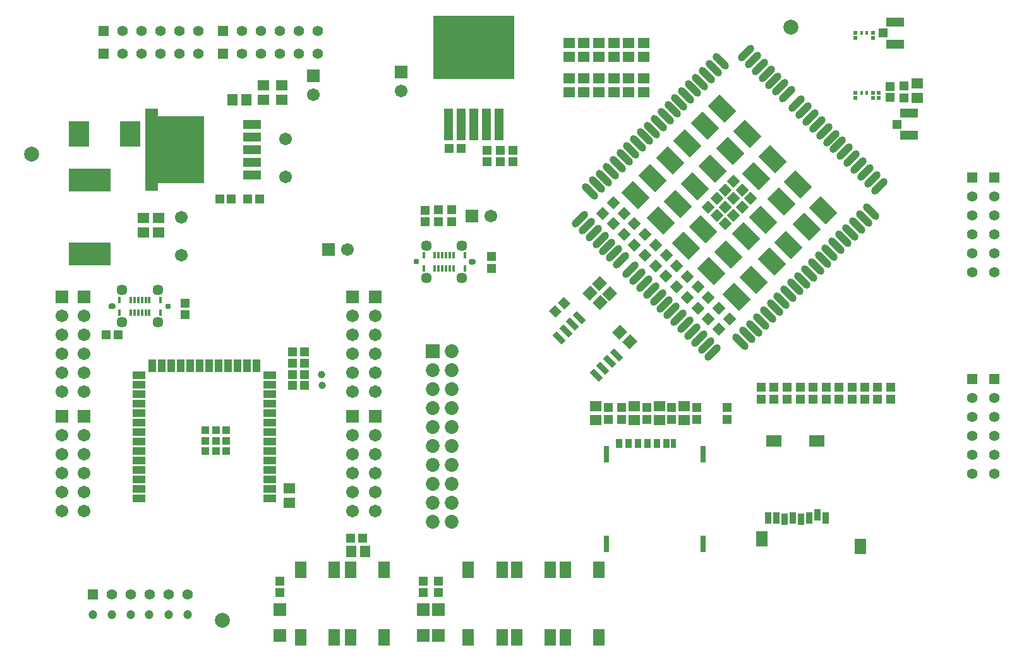
<source format=gts>
G04*
G04 #@! TF.GenerationSoftware,Altium Limited,Altium Designer,24.5.2 (23)*
G04*
G04 Layer_Color=8388736*
%FSLAX25Y25*%
%MOIN*%
G70*
G04*
G04 #@! TF.SameCoordinates,18E33138-F5D1-4808-9D7F-E210CFB707B3*
G04*
G04*
G04 #@! TF.FilePolarity,Negative*
G04*
G01*
G75*
%ADD48R,0.01975X0.01975*%
%ADD49R,0.01260X0.03504*%
%ADD50C,0.07874*%
%ADD51R,0.09304X0.05013*%
%ADD52R,0.04619X0.04737*%
%ADD53R,0.01778X0.01975*%
%ADD54R,0.04343X0.04343*%
%ADD55R,0.04343X0.06706*%
%ADD56R,0.06706X0.04343*%
%ADD57R,0.03347X0.04842*%
%ADD58R,0.03189X0.04685*%
%ADD59R,0.03084X0.09068*%
%ADD60R,0.02795X0.04685*%
%ADD61R,0.03543X0.06299*%
%ADD62R,0.07887X0.06312*%
%ADD63R,0.06312X0.08280*%
%ADD64R,0.05918X0.05524*%
%ADD65R,0.04501X0.04816*%
%ADD66R,0.04816X0.04501*%
%ADD67R,0.05524X0.05918*%
%ADD68R,0.06312X0.09068*%
%ADD69R,0.06706X0.06706*%
G04:AMPARAMS|DCode=70|XSize=106.42mil|YSize=39.5mil|CornerRadius=19.75mil|HoleSize=0mil|Usage=FLASHONLY|Rotation=45.000|XOffset=0mil|YOffset=0mil|HoleType=Round|Shape=RoundedRectangle|*
%AMROUNDEDRECTD70*
21,1,0.10642,0.00000,0,0,45.0*
21,1,0.06693,0.03950,0,0,45.0*
1,1,0.03950,0.02366,0.02366*
1,1,0.03950,-0.02366,-0.02366*
1,1,0.03950,-0.02366,-0.02366*
1,1,0.03950,0.02366,0.02366*
%
%ADD70ROUNDEDRECTD70*%
G04:AMPARAMS|DCode=71|XSize=106.42mil|YSize=39.5mil|CornerRadius=19.75mil|HoleSize=0mil|Usage=FLASHONLY|Rotation=135.000|XOffset=0mil|YOffset=0mil|HoleType=Round|Shape=RoundedRectangle|*
%AMROUNDEDRECTD71*
21,1,0.10642,0.00000,0,0,135.0*
21,1,0.06693,0.03950,0,0,135.0*
1,1,0.03950,-0.02366,0.02366*
1,1,0.03950,0.02366,-0.02366*
1,1,0.03950,0.02366,-0.02366*
1,1,0.03950,-0.02366,0.02366*
%
%ADD71ROUNDEDRECTD71*%
%ADD72P,0.07256X4X90.0*%
G04:AMPARAMS|DCode=73|XSize=59.18mil|YSize=55.24mil|CornerRadius=0mil|HoleSize=0mil|Usage=FLASHONLY|Rotation=45.000|XOffset=0mil|YOffset=0mil|HoleType=Round|Shape=Rectangle|*
%AMROTATEDRECTD73*
4,1,4,-0.00139,-0.04046,-0.04046,-0.00139,0.00139,0.04046,0.04046,0.00139,-0.00139,-0.04046,0.0*
%
%ADD73ROTATEDRECTD73*%

%ADD74R,0.10642X0.13792*%
%ADD75R,0.09461X0.04934*%
%ADD76R,0.05131X0.04737*%
%ADD77R,0.22060X0.12217*%
G04:AMPARAMS|DCode=78|XSize=126.11mil|YSize=86.74mil|CornerRadius=0mil|HoleSize=0mil|Usage=FLASHONLY|Rotation=135.000|XOffset=0mil|YOffset=0mil|HoleType=Round|Shape=Rectangle|*
%AMROTATEDRECTD78*
4,1,4,0.07525,-0.01392,0.01392,-0.07525,-0.07525,0.01392,-0.01392,0.07525,0.07525,-0.01392,0.0*
%
%ADD78ROTATEDRECTD78*%

G04:AMPARAMS|DCode=79|XSize=45.01mil|YSize=48.16mil|CornerRadius=0mil|HoleSize=0mil|Usage=FLASHONLY|Rotation=225.000|XOffset=0mil|YOffset=0mil|HoleType=Round|Shape=Rectangle|*
%AMROTATEDRECTD79*
4,1,4,-0.00111,0.03294,0.03294,-0.00111,0.00111,-0.03294,-0.03294,0.00111,-0.00111,0.03294,0.0*
%
%ADD79ROTATEDRECTD79*%

%ADD80C,0.04737*%
G04:AMPARAMS|DCode=81|XSize=29.65mil|YSize=69.02mil|CornerRadius=0mil|HoleSize=0mil|Usage=FLASHONLY|Rotation=45.000|XOffset=0mil|YOffset=0mil|HoleType=Round|Shape=Rectangle|*
%AMROTATEDRECTD81*
4,1,4,0.01392,-0.03489,-0.03489,0.01392,-0.01392,0.03489,0.03489,-0.01392,0.01392,-0.03489,0.0*
%
%ADD81ROTATEDRECTD81*%

%ADD82R,0.43100X0.33500*%
%ADD83R,0.04900X0.16700*%
%ADD84C,0.06706*%
%ADD85R,0.06706X0.06706*%
%ADD86C,0.03044*%
%ADD87C,0.05709*%
%ADD88R,0.07296X0.07296*%
%ADD89C,0.07296*%
%ADD90R,0.05603X0.05603*%
%ADD91C,0.05603*%
%ADD92R,0.05603X0.05603*%
%ADD93C,0.03950*%
G36*
X81942Y285830D02*
X81961Y285827D01*
X82284D01*
Y285504D01*
X82287Y285485D01*
X82291Y285433D01*
Y281700D01*
X106299D01*
X106351Y281697D01*
X106370Y281693D01*
X106693D01*
Y281370D01*
X106697Y281351D01*
X106700Y281299D01*
Y247047D01*
X106697Y246995D01*
X106693Y246976D01*
Y246654D01*
X106370D01*
X106351Y246650D01*
X106299Y246646D01*
X82291D01*
Y242913D01*
X82287Y242861D01*
X82284Y242842D01*
Y242520D01*
X81961D01*
X81942Y242516D01*
X81890Y242512D01*
X76102D01*
X76050Y242516D01*
X76031Y242520D01*
X75709D01*
Y242842D01*
X75705Y242861D01*
X75701Y242913D01*
Y285433D01*
X75705Y285485D01*
X75709Y285504D01*
Y285827D01*
X76031D01*
X76050Y285830D01*
X76102Y285834D01*
X81890D01*
X81942Y285830D01*
D02*
G37*
G36*
X248529Y206581D02*
X248608Y206577D01*
X248687Y206565D01*
X248765Y206553D01*
X248844Y206534D01*
X248919Y206510D01*
X248994Y206482D01*
X249069Y206455D01*
X249139Y206419D01*
X249210Y206380D01*
X249277Y206341D01*
X249340Y206293D01*
X249403Y206246D01*
X249466Y206195D01*
X249521Y206140D01*
X249576Y206085D01*
X249628Y206022D01*
X249675Y205959D01*
X249722Y205896D01*
X249762Y205825D01*
X249801Y205758D01*
X249836Y205687D01*
X249864Y205612D01*
X249891Y205537D01*
X249915Y205463D01*
X249935Y205384D01*
X249947Y205305D01*
X249958Y205226D01*
X249962Y205148D01*
X249966Y205069D01*
X249962Y204990D01*
X249958Y204911D01*
X249947Y204833D01*
X249935Y204754D01*
X249915Y204675D01*
X249891Y204601D01*
X249864Y204526D01*
X249836Y204451D01*
X249801Y204380D01*
X249762Y204313D01*
X249722Y204242D01*
X249675Y204179D01*
X249628Y204116D01*
X249576Y204053D01*
X249521Y203998D01*
X249466Y203943D01*
X249403Y203892D01*
X249340Y203844D01*
X249277Y203797D01*
X249210Y203758D01*
X249139Y203719D01*
X249069Y203683D01*
X248994Y203656D01*
X248919Y203628D01*
X248844Y203604D01*
X248765Y203585D01*
X248687Y203573D01*
X248608Y203561D01*
X248529Y203557D01*
X248450Y203553D01*
X247663D01*
X247584Y203557D01*
X247506Y203561D01*
X247427Y203573D01*
X247348Y203585D01*
X247269Y203604D01*
X247195Y203628D01*
X247120Y203656D01*
X247045Y203683D01*
X246974Y203719D01*
X246903Y203758D01*
X246836Y203797D01*
X246773Y203844D01*
X246710Y203892D01*
X246647Y203943D01*
X246592Y203998D01*
X246537Y204053D01*
X246486Y204116D01*
X246439Y204179D01*
X246392Y204242D01*
X246352Y204309D01*
X246313Y204380D01*
X246277Y204451D01*
X246250Y204526D01*
X246222Y204601D01*
X246199Y204675D01*
X246179Y204754D01*
X246167Y204833D01*
X246155Y204911D01*
X246151Y204990D01*
X246147Y205069D01*
X246151Y205148D01*
X246155Y205226D01*
X246167Y205305D01*
X246179Y205384D01*
X246199Y205463D01*
X246222Y205537D01*
X246250Y205612D01*
X246277Y205687D01*
X246313Y205758D01*
X246352Y205825D01*
X246392Y205896D01*
X246439Y205959D01*
X246486Y206022D01*
X246537Y206085D01*
X246592Y206140D01*
X246647Y206195D01*
X246710Y206246D01*
X246773Y206293D01*
X246836Y206341D01*
X246907Y206380D01*
X246974Y206419D01*
X247045Y206455D01*
X247120Y206482D01*
X247195Y206510D01*
X247269Y206534D01*
X247348Y206553D01*
X247427Y206565D01*
X247506Y206577D01*
X247584Y206581D01*
X247663Y206585D01*
X248450D01*
X248529Y206581D01*
D02*
G37*
G36*
X58543Y183067D02*
X58622Y183063D01*
X58701Y183051D01*
X58780Y183039D01*
X58858Y183020D01*
X58933Y182996D01*
X59008Y182968D01*
X59083Y182941D01*
X59153Y182905D01*
X59224Y182866D01*
X59291Y182827D01*
X59354Y182780D01*
X59417Y182732D01*
X59480Y182681D01*
X59535Y182626D01*
X59591Y182571D01*
X59642Y182508D01*
X59689Y182445D01*
X59736Y182382D01*
X59776Y182315D01*
X59815Y182244D01*
X59850Y182173D01*
X59878Y182098D01*
X59905Y182024D01*
X59929Y181949D01*
X59949Y181870D01*
X59961Y181791D01*
X59972Y181713D01*
X59976Y181634D01*
X59980Y181555D01*
X59976Y181476D01*
X59972Y181398D01*
X59961Y181319D01*
X59949Y181240D01*
X59929Y181161D01*
X59905Y181087D01*
X59878Y181012D01*
X59850Y180937D01*
X59815Y180866D01*
X59776Y180799D01*
X59736Y180728D01*
X59689Y180665D01*
X59642Y180602D01*
X59591Y180539D01*
X59535Y180484D01*
X59480Y180429D01*
X59417Y180378D01*
X59354Y180331D01*
X59291Y180283D01*
X59220Y180244D01*
X59153Y180205D01*
X59083Y180169D01*
X59008Y180142D01*
X58933Y180114D01*
X58858Y180091D01*
X58780Y180071D01*
X58701Y180059D01*
X58622Y180047D01*
X58543Y180043D01*
X58465Y180039D01*
X57677D01*
X57598Y180043D01*
X57520Y180047D01*
X57441Y180059D01*
X57362Y180071D01*
X57284Y180091D01*
X57209Y180114D01*
X57134Y180142D01*
X57059Y180169D01*
X56988Y180205D01*
X56917Y180244D01*
X56850Y180283D01*
X56787Y180331D01*
X56724Y180378D01*
X56661Y180429D01*
X56606Y180484D01*
X56551Y180539D01*
X56500Y180602D01*
X56453Y180665D01*
X56406Y180728D01*
X56366Y180799D01*
X56327Y180866D01*
X56291Y180937D01*
X56264Y181012D01*
X56236Y181087D01*
X56213Y181161D01*
X56193Y181240D01*
X56181Y181319D01*
X56169Y181398D01*
X56165Y181476D01*
X56161Y181555D01*
X56165Y181634D01*
X56169Y181713D01*
X56181Y181791D01*
X56193Y181870D01*
X56213Y181949D01*
X56236Y182024D01*
X56264Y182098D01*
X56291Y182173D01*
X56327Y182244D01*
X56366Y182311D01*
X56406Y182382D01*
X56453Y182445D01*
X56500Y182508D01*
X56551Y182571D01*
X56606Y182626D01*
X56661Y182681D01*
X56724Y182732D01*
X56787Y182780D01*
X56850Y182827D01*
X56917Y182866D01*
X56988Y182905D01*
X57059Y182941D01*
X57134Y182968D01*
X57209Y182996D01*
X57284Y183020D01*
X57362Y183039D01*
X57441Y183051D01*
X57520Y183063D01*
X57598Y183067D01*
X57677Y183071D01*
X58465D01*
X58543Y183067D01*
D02*
G37*
D48*
X459487Y325984D02*
D03*
Y323228D02*
D03*
X450338Y325984D02*
D03*
Y323228D02*
D03*
X459487Y294314D02*
D03*
Y291558D02*
D03*
X450338Y294314D02*
D03*
Y291558D02*
D03*
X462557Y294314D02*
D03*
Y291558D02*
D03*
D49*
X83661Y178150D02*
D03*
X77756D02*
D03*
X75787D02*
D03*
X73819D02*
D03*
X71850D02*
D03*
X69882D02*
D03*
X67913D02*
D03*
X62008D02*
D03*
Y184961D02*
D03*
X67913D02*
D03*
X69882D02*
D03*
X71850D02*
D03*
X73819D02*
D03*
X75787D02*
D03*
X77756D02*
D03*
X83661D02*
D03*
X222466Y208474D02*
D03*
X228372D02*
D03*
X230340D02*
D03*
X232309D02*
D03*
X234277D02*
D03*
X236246D02*
D03*
X238214D02*
D03*
X244120D02*
D03*
Y201663D02*
D03*
X238214D02*
D03*
X236246D02*
D03*
X234277D02*
D03*
X232309D02*
D03*
X230340D02*
D03*
X228372D02*
D03*
X222466D02*
D03*
D50*
X416339Y328740D02*
D03*
X15748Y261811D02*
D03*
X116142Y15748D02*
D03*
D51*
X131890Y277559D02*
D03*
Y270866D02*
D03*
Y264173D02*
D03*
Y257480D02*
D03*
Y250787D02*
D03*
D52*
X468774Y291869D02*
D03*
Y297656D02*
D03*
D53*
X453568Y325984D02*
D03*
X456127D02*
D03*
X453568Y294314D02*
D03*
X456127D02*
D03*
D54*
X118307Y105118D02*
D03*
X112795D02*
D03*
X107283D02*
D03*
Y110630D02*
D03*
X112795D02*
D03*
X118307D02*
D03*
Y116142D02*
D03*
X112795D02*
D03*
X107283D02*
D03*
D55*
X79390Y150157D02*
D03*
X134390D02*
D03*
X129390D02*
D03*
X84390D02*
D03*
X89390D02*
D03*
X94390D02*
D03*
X99390D02*
D03*
X104390D02*
D03*
X109390D02*
D03*
X114390D02*
D03*
X119390D02*
D03*
X124390D02*
D03*
D56*
X72441Y80236D02*
D03*
Y85236D02*
D03*
Y90236D02*
D03*
Y95236D02*
D03*
Y100236D02*
D03*
Y105236D02*
D03*
Y110236D02*
D03*
Y115236D02*
D03*
Y120236D02*
D03*
Y125236D02*
D03*
Y130236D02*
D03*
Y135236D02*
D03*
Y140236D02*
D03*
Y145236D02*
D03*
X141339D02*
D03*
Y140236D02*
D03*
Y135236D02*
D03*
Y130236D02*
D03*
Y125236D02*
D03*
Y120236D02*
D03*
Y115236D02*
D03*
Y110236D02*
D03*
Y105236D02*
D03*
Y100236D02*
D03*
Y95236D02*
D03*
Y90236D02*
D03*
Y85236D02*
D03*
Y80236D02*
D03*
D57*
X345512Y109222D02*
D03*
X335512D02*
D03*
X325512D02*
D03*
X340512D02*
D03*
X330512D02*
D03*
D58*
X350512D02*
D03*
D59*
X370079Y103376D02*
D03*
Y56132D02*
D03*
X318898D02*
D03*
Y103376D02*
D03*
D60*
X354252Y109222D02*
D03*
D61*
X412854Y69193D02*
D03*
X421516D02*
D03*
X430177Y71555D02*
D03*
X434508Y69980D02*
D03*
X404193D02*
D03*
X408524D02*
D03*
X417185D02*
D03*
X425846D02*
D03*
D62*
X429823Y110531D02*
D03*
X407382D02*
D03*
D63*
X452854Y54823D02*
D03*
X401083Y58760D02*
D03*
D64*
X137795Y298031D02*
D03*
Y290551D02*
D03*
X151575Y85433D02*
D03*
Y77953D02*
D03*
X147638Y298031D02*
D03*
Y290551D02*
D03*
X74761Y228150D02*
D03*
Y220669D02*
D03*
X82677Y220669D02*
D03*
Y228150D02*
D03*
X482941Y291658D02*
D03*
Y299138D02*
D03*
X313369Y121342D02*
D03*
Y128822D02*
D03*
X333671Y121342D02*
D03*
Y128822D02*
D03*
X346858Y121342D02*
D03*
Y128822D02*
D03*
X359933Y121342D02*
D03*
Y128822D02*
D03*
X338583Y320669D02*
D03*
Y313189D02*
D03*
X330709Y320669D02*
D03*
Y313189D02*
D03*
X322835Y320669D02*
D03*
Y313189D02*
D03*
X314961Y320669D02*
D03*
Y313189D02*
D03*
X307087Y320669D02*
D03*
Y313189D02*
D03*
X299213Y320669D02*
D03*
Y313189D02*
D03*
X338583Y301969D02*
D03*
Y294488D02*
D03*
X330709Y301969D02*
D03*
Y294488D02*
D03*
X322835Y301969D02*
D03*
Y294488D02*
D03*
X314961Y301969D02*
D03*
Y294488D02*
D03*
X307087Y301969D02*
D03*
Y294488D02*
D03*
X299213Y301969D02*
D03*
Y294488D02*
D03*
D65*
X153386Y145669D02*
D03*
X159606D02*
D03*
X153386Y139764D02*
D03*
X159606D02*
D03*
X153386Y151575D02*
D03*
X159606D02*
D03*
X159606Y157480D02*
D03*
X153386D02*
D03*
X190118Y59055D02*
D03*
X183898D02*
D03*
X54961Y166339D02*
D03*
X61181D02*
D03*
X129764Y238189D02*
D03*
X135984D02*
D03*
X114842D02*
D03*
X121063D02*
D03*
X236063Y264764D02*
D03*
X242284D02*
D03*
D66*
X96457Y183228D02*
D03*
Y177008D02*
D03*
X146653Y36575D02*
D03*
Y30354D02*
D03*
X475862Y291652D02*
D03*
Y297873D02*
D03*
X223425Y232283D02*
D03*
Y226063D02*
D03*
X230315Y232441D02*
D03*
Y226220D02*
D03*
X237205Y232441D02*
D03*
Y226220D02*
D03*
X258411Y207706D02*
D03*
Y201485D02*
D03*
X366754Y128192D02*
D03*
Y121972D02*
D03*
X353369Y128192D02*
D03*
Y121972D02*
D03*
X340430Y128192D02*
D03*
Y121972D02*
D03*
X320098Y128192D02*
D03*
Y121972D02*
D03*
X327010Y128192D02*
D03*
Y121972D02*
D03*
X434831Y138735D02*
D03*
Y132515D02*
D03*
X448461Y138735D02*
D03*
Y132515D02*
D03*
X468851Y138735D02*
D03*
Y132515D02*
D03*
X400562Y138735D02*
D03*
Y132515D02*
D03*
X421146Y138735D02*
D03*
Y132515D02*
D03*
X414220Y138735D02*
D03*
Y132515D02*
D03*
X407390Y138735D02*
D03*
Y132515D02*
D03*
X462036Y138735D02*
D03*
Y132515D02*
D03*
X455276Y138735D02*
D03*
Y132515D02*
D03*
X441591Y138735D02*
D03*
Y132515D02*
D03*
X427905Y138735D02*
D03*
Y132515D02*
D03*
X230315Y36575D02*
D03*
Y30354D02*
D03*
X222441Y36575D02*
D03*
Y30354D02*
D03*
X262795Y263937D02*
D03*
Y257716D02*
D03*
X269685Y257716D02*
D03*
Y263937D02*
D03*
X255906Y257716D02*
D03*
Y263937D02*
D03*
X382663Y128192D02*
D03*
Y121972D02*
D03*
D67*
X184252Y52165D02*
D03*
X191732D02*
D03*
X128937Y290354D02*
D03*
X121457D02*
D03*
D68*
X157480Y6693D02*
D03*
X175197D02*
D03*
Y42520D02*
D03*
X157480D02*
D03*
X201772Y6693D02*
D03*
X184055D02*
D03*
Y42520D02*
D03*
X201772D02*
D03*
X297244Y6693D02*
D03*
X314961D02*
D03*
Y42520D02*
D03*
X297244D02*
D03*
X271595Y6693D02*
D03*
X289311D02*
D03*
Y42520D02*
D03*
X271595D02*
D03*
X246063Y6693D02*
D03*
X263779D02*
D03*
Y42520D02*
D03*
X246063D02*
D03*
D69*
X146653Y21654D02*
D03*
Y7874D02*
D03*
X230315Y21654D02*
D03*
Y7874D02*
D03*
X222441Y21654D02*
D03*
Y7874D02*
D03*
X210630Y305197D02*
D03*
X164370Y303228D02*
D03*
X31496Y186417D02*
D03*
X43307D02*
D03*
X185039D02*
D03*
X196850D02*
D03*
X31496Y123425D02*
D03*
X43307D02*
D03*
X185039D02*
D03*
X196850D02*
D03*
D70*
X304935Y227451D02*
D03*
X308554Y223832D02*
D03*
X312173Y220213D02*
D03*
X315792Y216594D02*
D03*
X441067Y266704D02*
D03*
X437448Y270323D02*
D03*
X433829Y273942D02*
D03*
X331660Y200726D02*
D03*
X335279Y197107D02*
D03*
X422972Y284799D02*
D03*
X419353Y288418D02*
D03*
X392628Y315144D02*
D03*
X396247Y311525D02*
D03*
X399866Y307906D02*
D03*
X403485Y304287D02*
D03*
X407104Y300667D02*
D03*
X410723Y297048D02*
D03*
X414342Y293429D02*
D03*
X426591Y281180D02*
D03*
X430210Y277561D02*
D03*
X444686Y263085D02*
D03*
X448305Y259466D02*
D03*
X451924Y255847D02*
D03*
X455543Y252228D02*
D03*
X459162Y248609D02*
D03*
X462781Y244990D02*
D03*
X375089Y157297D02*
D03*
X371470Y160916D02*
D03*
X367851Y164535D02*
D03*
X364232Y168155D02*
D03*
X360613Y171774D02*
D03*
X356994Y175393D02*
D03*
X353375Y179012D02*
D03*
X349756Y182631D02*
D03*
X346137Y186250D02*
D03*
X342518Y189869D02*
D03*
X338898Y193488D02*
D03*
X326649Y205737D02*
D03*
X323030Y209356D02*
D03*
X319411Y212975D02*
D03*
D71*
X415038Y188059D02*
D03*
X418657Y191678D02*
D03*
X422276Y195297D02*
D03*
X425895Y198916D02*
D03*
X454847Y227869D02*
D03*
X353792Y285495D02*
D03*
X350173Y281876D02*
D03*
X346554Y278257D02*
D03*
X342935Y274638D02*
D03*
X339316Y271019D02*
D03*
X313983Y245686D02*
D03*
X310364Y242067D02*
D03*
X389704Y162726D02*
D03*
X393323Y166345D02*
D03*
X317602Y249305D02*
D03*
X321221Y252924D02*
D03*
X324840Y256543D02*
D03*
X328459Y260162D02*
D03*
X332078Y263781D02*
D03*
X335697Y267400D02*
D03*
X357411Y289114D02*
D03*
X361030Y292733D02*
D03*
X364650Y296352D02*
D03*
X368268Y299971D02*
D03*
X371888Y303590D02*
D03*
X375507Y307209D02*
D03*
X379126Y310829D02*
D03*
X458466Y231488D02*
D03*
X451228Y224250D02*
D03*
X447609Y220631D02*
D03*
X443990Y217012D02*
D03*
X440371Y213393D02*
D03*
X436752Y209774D02*
D03*
X433133Y206154D02*
D03*
X429514Y202536D02*
D03*
X411419Y184440D02*
D03*
X407800Y180821D02*
D03*
X404181Y177202D02*
D03*
X400562Y173583D02*
D03*
X396942Y169964D02*
D03*
D72*
X386085Y247356D02*
D03*
X390540Y242902D02*
D03*
X394994Y238448D02*
D03*
X386085D02*
D03*
X390540Y233993D02*
D03*
X377177Y238448D02*
D03*
X381631Y233993D02*
D03*
X377177Y229539D02*
D03*
X381631Y225085D02*
D03*
X328181Y230653D02*
D03*
X339316Y219517D02*
D03*
X372723Y186110D02*
D03*
X378291Y180543D02*
D03*
X383858Y174975D02*
D03*
X317045Y230653D02*
D03*
X322613Y225085D02*
D03*
X328181Y219517D02*
D03*
X333748Y213949D02*
D03*
X339316Y208382D02*
D03*
X344884Y202814D02*
D03*
X350173Y197524D02*
D03*
X356019Y191678D02*
D03*
X372723Y174975D02*
D03*
X378291Y169407D02*
D03*
X367155Y180543D02*
D03*
X361587Y186110D02*
D03*
X367155Y191678D02*
D03*
X361587Y197246D02*
D03*
X356019Y202814D02*
D03*
X350452Y208382D02*
D03*
X344884Y213949D02*
D03*
X333748Y225085D02*
D03*
X322613Y236221D02*
D03*
X372723Y233993D02*
D03*
X386085Y229539D02*
D03*
X381631Y242902D02*
D03*
D73*
X310347Y188668D02*
D03*
X315637Y183379D02*
D03*
X315269Y193590D02*
D03*
X320558Y188300D02*
D03*
X331385Y162710D02*
D03*
X326096Y167999D02*
D03*
D74*
X40748Y272638D02*
D03*
X67520D02*
D03*
D75*
X478642Y283366D02*
D03*
Y271752D02*
D03*
X471391Y331594D02*
D03*
Y319980D02*
D03*
D76*
X472146Y277559D02*
D03*
X464895Y325787D02*
D03*
D77*
X46260Y248031D02*
D03*
Y209055D02*
D03*
D78*
X387756Y186667D02*
D03*
X374393Y200030D02*
D03*
X361030Y213393D02*
D03*
X347668Y226755D02*
D03*
X334305Y240118D02*
D03*
X396664Y195576D02*
D03*
X383301Y208938D02*
D03*
X369939Y222301D02*
D03*
X356576Y235664D02*
D03*
X343214Y249026D02*
D03*
X406129Y205041D02*
D03*
X392767Y218404D02*
D03*
X365624Y244711D02*
D03*
X352679Y258492D02*
D03*
X415038Y213949D02*
D03*
X401675Y227312D02*
D03*
X374950Y254037D02*
D03*
X361587Y267400D02*
D03*
X424503Y223415D02*
D03*
X411140Y236777D02*
D03*
X397778Y250140D02*
D03*
X384415Y263503D02*
D03*
X371052Y276865D02*
D03*
X433411Y232323D02*
D03*
X420049Y245686D02*
D03*
X406686Y259048D02*
D03*
X393323Y272411D02*
D03*
X379961Y285774D02*
D03*
D79*
X292092Y178903D02*
D03*
X296491Y183302D02*
D03*
D80*
X47835Y18701D02*
D03*
X57835D02*
D03*
X67835D02*
D03*
X77762D02*
D03*
X87835D02*
D03*
X97835D02*
D03*
D81*
X313565Y145317D02*
D03*
X317101Y148852D02*
D03*
X320636Y152388D02*
D03*
X324172Y155923D02*
D03*
X293939Y164943D02*
D03*
X297474Y168479D02*
D03*
X301010Y172014D02*
D03*
X304545Y175550D02*
D03*
D82*
X249016Y318110D02*
D03*
D83*
X262402Y277365D02*
D03*
X255709D02*
D03*
X249016D02*
D03*
X242323D02*
D03*
X235630D02*
D03*
D84*
X210630Y295197D02*
D03*
X257953Y229331D02*
D03*
X182165Y211614D02*
D03*
X164370Y293228D02*
D03*
X94488Y228346D02*
D03*
Y208661D02*
D03*
X149606Y250000D02*
D03*
Y269685D02*
D03*
X31496Y136417D02*
D03*
Y146417D02*
D03*
Y156417D02*
D03*
Y166417D02*
D03*
Y176417D02*
D03*
X43307Y136417D02*
D03*
Y146417D02*
D03*
Y156417D02*
D03*
Y166417D02*
D03*
Y176417D02*
D03*
X185039Y136417D02*
D03*
Y146417D02*
D03*
Y156417D02*
D03*
Y166417D02*
D03*
Y176417D02*
D03*
X196850Y136417D02*
D03*
Y146417D02*
D03*
Y156417D02*
D03*
Y166417D02*
D03*
Y176417D02*
D03*
X31496Y73425D02*
D03*
Y83425D02*
D03*
Y93425D02*
D03*
Y103425D02*
D03*
Y113425D02*
D03*
X43307Y73425D02*
D03*
Y83425D02*
D03*
Y93425D02*
D03*
Y103425D02*
D03*
Y113425D02*
D03*
X185039Y73425D02*
D03*
Y83425D02*
D03*
Y93425D02*
D03*
Y103425D02*
D03*
Y113425D02*
D03*
X196850Y73425D02*
D03*
Y83425D02*
D03*
Y93425D02*
D03*
Y103425D02*
D03*
Y113425D02*
D03*
D85*
X247953Y229331D02*
D03*
X172165Y211614D02*
D03*
D86*
X87598Y181555D02*
D03*
X218529Y205069D02*
D03*
D87*
X82284Y173091D02*
D03*
X63386D02*
D03*
X82284Y190020D02*
D03*
X63386D02*
D03*
X223844Y213533D02*
D03*
X242742D02*
D03*
X223844Y196604D02*
D03*
X242742D02*
D03*
D88*
X227362Y157992D02*
D03*
D89*
X237362D02*
D03*
X227362Y147992D02*
D03*
X237362D02*
D03*
X227362Y137992D02*
D03*
X237362D02*
D03*
X227362Y127992D02*
D03*
X237362D02*
D03*
X227362Y117992D02*
D03*
X237362D02*
D03*
X227362Y107992D02*
D03*
X237362D02*
D03*
X227362Y97992D02*
D03*
X237362D02*
D03*
X227362Y87992D02*
D03*
X237362D02*
D03*
X227362Y77992D02*
D03*
X237362D02*
D03*
X227362Y67992D02*
D03*
X237362D02*
D03*
D90*
X53740Y314961D02*
D03*
X116732D02*
D03*
X53740Y326772D02*
D03*
X47835Y29528D02*
D03*
X116732Y326772D02*
D03*
D91*
X63740Y314961D02*
D03*
X73740D02*
D03*
X83740D02*
D03*
X93740D02*
D03*
X103740D02*
D03*
X126732D02*
D03*
X136732D02*
D03*
X146732D02*
D03*
X156732D02*
D03*
X166732D02*
D03*
X63740Y326772D02*
D03*
X73740D02*
D03*
X83740D02*
D03*
X93740D02*
D03*
X103740D02*
D03*
X57835Y29528D02*
D03*
X67835D02*
D03*
X77835D02*
D03*
X87835D02*
D03*
X97835D02*
D03*
X523622Y133110D02*
D03*
Y123110D02*
D03*
Y113110D02*
D03*
Y103110D02*
D03*
Y93110D02*
D03*
X511811Y239409D02*
D03*
Y229410D02*
D03*
Y219409D02*
D03*
Y209409D02*
D03*
Y199409D02*
D03*
X523622Y239409D02*
D03*
Y229410D02*
D03*
Y219409D02*
D03*
Y209409D02*
D03*
Y199409D02*
D03*
X126732Y326772D02*
D03*
X136732D02*
D03*
X146732D02*
D03*
X156732D02*
D03*
X166732D02*
D03*
X511811Y133110D02*
D03*
Y123110D02*
D03*
Y113110D02*
D03*
Y103110D02*
D03*
Y93110D02*
D03*
D92*
X523622Y143110D02*
D03*
X511811Y249410D02*
D03*
X523622D02*
D03*
X511811Y143110D02*
D03*
D93*
X168647Y145354D02*
D03*
X168842Y139835D02*
D03*
M02*

</source>
